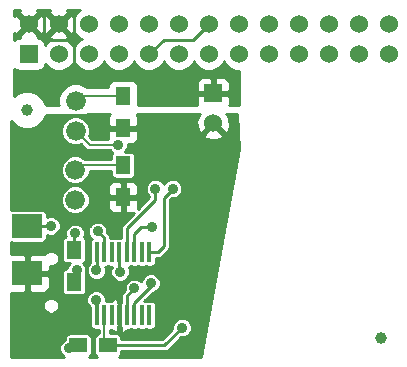
<source format=gtl>
G04 #@! TF.FileFunction,Copper,L1,Top,Signal*
%FSLAX46Y46*%
G04 Gerber Fmt 4.6, Leading zero omitted, Abs format (unit mm)*
G04 Created by KiCad (PCBNEW (after 2015-mar-04 BZR unknown)-product) date 10/20/2015 4:53:56 PM*
%MOMM*%
G01*
G04 APERTURE LIST*
%ADD10C,0.150000*%
%ADD11R,2.500000X2.000000*%
%ADD12C,1.000000*%
%ADD13R,0.406400X1.651000*%
%ADD14R,1.524000X1.524000*%
%ADD15C,1.524000*%
%ADD16C,1.676400*%
%ADD17R,1.300000X1.500000*%
%ADD18R,1.500000X1.250000*%
%ADD19C,0.889000*%
%ADD20C,0.254000*%
%ADD21C,0.203200*%
G04 APERTURE END LIST*
D10*
D11*
X139800000Y-96000000D03*
X139800000Y-92000000D03*
D12*
X139778000Y-82144000D03*
X169750000Y-101448000D03*
D13*
X148223500Y-94209000D03*
X147588500Y-94209000D03*
X146953500Y-94209000D03*
X146318500Y-94209000D03*
X150128500Y-99543000D03*
X150128500Y-94209000D03*
X149493500Y-94209000D03*
X148858500Y-94209000D03*
X145683500Y-99543000D03*
X146318500Y-99543000D03*
X146953500Y-99543000D03*
X147588500Y-99543000D03*
X148223500Y-99543000D03*
X148858500Y-99543000D03*
X145683500Y-94209000D03*
X149493500Y-99543000D03*
D14*
X139905000Y-77445000D03*
D15*
X139905000Y-74905000D03*
X142445000Y-77445000D03*
X142445000Y-74905000D03*
X144985000Y-77445000D03*
X144985000Y-74905000D03*
X147525000Y-77445000D03*
X147525000Y-74905000D03*
X150065000Y-77445000D03*
X150065000Y-74905000D03*
X152605000Y-77445000D03*
X152605000Y-74905000D03*
X155145000Y-77445000D03*
X155145000Y-74905000D03*
X157685000Y-77445000D03*
X157685000Y-74905000D03*
X160225000Y-77445000D03*
X160225000Y-74905000D03*
X162765000Y-77445000D03*
X162765000Y-74905000D03*
X165305000Y-77445000D03*
X165305000Y-74905000D03*
X167845000Y-77445000D03*
X167845000Y-74905000D03*
X170385000Y-77445000D03*
X170385000Y-74905000D03*
D14*
X155526000Y-80747000D03*
D15*
X155526000Y-83287000D03*
D16*
X143842000Y-87224000D03*
X143842000Y-89764000D03*
X143880000Y-81380000D03*
X143880000Y-83920000D03*
D17*
X143760000Y-96690000D03*
X143760000Y-93990000D03*
D18*
X146616000Y-102083000D03*
X144116000Y-102083000D03*
D17*
X147906000Y-89526500D03*
X147906000Y-86826500D03*
X147906000Y-83684500D03*
X147906000Y-80984500D03*
D19*
X150382500Y-92050000D03*
X152908000Y-100584000D03*
X143890000Y-98340000D03*
X145620000Y-98240000D03*
X145650000Y-95740000D03*
X141790000Y-91960000D03*
X143840000Y-92600000D03*
X147652000Y-95860000D03*
X143334000Y-102337000D03*
X148858500Y-97257000D03*
X150636500Y-88811500D03*
X147460000Y-85100000D03*
X150255500Y-96812500D03*
X145747000Y-92431000D03*
X152097000Y-88811500D03*
X143980000Y-95720000D03*
D20*
X148858500Y-92621500D02*
X149430000Y-92050000D01*
D21*
X146318500Y-99543000D02*
X146318500Y-102083000D01*
D20*
X148858500Y-92621500D02*
X149430000Y-92050000D01*
X148858500Y-94209000D02*
X148858500Y-92621500D01*
X149430000Y-92050000D02*
X150382500Y-92050000D01*
X151409000Y-102083000D02*
X152908000Y-100584000D01*
X146318500Y-102083000D02*
X151409000Y-102083000D01*
X139929000Y-74905000D02*
X141224000Y-76200000D01*
X139905000Y-74905000D02*
X139929000Y-74905000D01*
X143764000Y-76200000D02*
X143764000Y-78232000D01*
X141224000Y-76200000D02*
X143764000Y-76200000D01*
X143764000Y-76200000D02*
X143764000Y-73914000D01*
X141224000Y-76200000D02*
X141224000Y-73914000D01*
X145683500Y-99543000D02*
X145683500Y-98303500D01*
X145683500Y-98303500D02*
X145620000Y-98240000D01*
X145683500Y-95706500D02*
X145683500Y-94209000D01*
X145650000Y-95740000D02*
X145683500Y-95706500D01*
X139800000Y-92000000D02*
X141750000Y-92000000D01*
X141750000Y-92000000D02*
X141790000Y-91960000D01*
X143760000Y-93990000D02*
X143760000Y-92680000D01*
X143760000Y-92680000D02*
X143840000Y-92600000D01*
X147588500Y-95796500D02*
X147652000Y-95860000D01*
X147588500Y-94209000D02*
X147588500Y-95796500D01*
D21*
X143588000Y-102083000D02*
X143334000Y-102337000D01*
X144413500Y-102083000D02*
X143588000Y-102083000D01*
D20*
X148223500Y-97892000D02*
X148858500Y-97257000D01*
X148223500Y-99543000D02*
X148223500Y-97892000D01*
X153850000Y-76200000D02*
X155145000Y-74905000D01*
X151384000Y-76200000D02*
X153850000Y-76200000D01*
X150139000Y-77445000D02*
X151384000Y-76200000D01*
X150065000Y-77445000D02*
X150139000Y-77445000D01*
X150636500Y-89764000D02*
X150636500Y-88811500D01*
X148223500Y-92177000D02*
X150636500Y-89764000D01*
X148223500Y-94209000D02*
X148223500Y-92177000D01*
D21*
X147906000Y-86826500D02*
X144239500Y-86826500D01*
X144239500Y-86826500D02*
X143842000Y-87224000D01*
X147906000Y-80984500D02*
X144275500Y-80984500D01*
X144275500Y-80984500D02*
X143880000Y-81380000D01*
X147460000Y-85100000D02*
X145060000Y-85100000D01*
X145060000Y-85100000D02*
X143880000Y-83920000D01*
D20*
X150255500Y-97066500D02*
X150255500Y-96812500D01*
X148858500Y-98463500D02*
X150255500Y-97066500D01*
X148858500Y-99543000D02*
X148858500Y-98463500D01*
X146318500Y-93002500D02*
X145747000Y-92431000D01*
X146318500Y-94209000D02*
X146318500Y-93002500D01*
X151335000Y-89573500D02*
X152097000Y-88811500D01*
X151335000Y-93701000D02*
X151335000Y-89573500D01*
X150827000Y-94209000D02*
X151335000Y-93701000D01*
X150128500Y-94209000D02*
X150827000Y-94209000D01*
X150065000Y-74905000D02*
X150065000Y-75032000D01*
X143980000Y-95720000D02*
X143760000Y-95940000D01*
X143760000Y-95940000D02*
X143760000Y-96690000D01*
G36*
X144400512Y-76174949D02*
X144194697Y-76259990D01*
X143801371Y-76652630D01*
X143715050Y-76860512D01*
X143630010Y-76654697D01*
X143237370Y-76261371D01*
X143045272Y-76181605D01*
X143176143Y-76127397D01*
X143245608Y-75885213D01*
X142445000Y-75084605D01*
X142265395Y-75264210D01*
X142265395Y-74905000D01*
X141464787Y-74104392D01*
X141222603Y-74173857D01*
X141178547Y-74297344D01*
X141127397Y-74173857D01*
X140885213Y-74104392D01*
X140084605Y-74905000D01*
X140885213Y-75705608D01*
X141127397Y-75636143D01*
X141171452Y-75512655D01*
X141222603Y-75636143D01*
X141464787Y-75705608D01*
X142265395Y-74905000D01*
X142265395Y-75264210D01*
X141644392Y-75885213D01*
X141713857Y-76127397D01*
X141854317Y-76177508D01*
X141654697Y-76259990D01*
X141300892Y-76613177D01*
X141267463Y-76440877D01*
X141127673Y-76228073D01*
X140916640Y-76085623D01*
X140667000Y-76035560D01*
X140662484Y-76035560D01*
X140705608Y-75885213D01*
X139905000Y-75084605D01*
X139104392Y-75885213D01*
X139147515Y-76035560D01*
X139143000Y-76035560D01*
X138900877Y-76082537D01*
X138688073Y-76222327D01*
X138685000Y-76226879D01*
X138685000Y-75636830D01*
X138924787Y-75705608D01*
X139725395Y-74905000D01*
X138924787Y-74104392D01*
X138685000Y-74173169D01*
X138685000Y-73685000D01*
X139173169Y-73685000D01*
X139104392Y-73924787D01*
X139905000Y-74725395D01*
X140705608Y-73924787D01*
X140636830Y-73685000D01*
X141713169Y-73685000D01*
X141644392Y-73924787D01*
X142445000Y-74725395D01*
X143245608Y-73924787D01*
X143176830Y-73685000D01*
X144279379Y-73685000D01*
X144194697Y-73719990D01*
X143801371Y-74112630D01*
X143721605Y-74304727D01*
X143667397Y-74173857D01*
X143425213Y-74104392D01*
X142624605Y-74905000D01*
X143425213Y-75705608D01*
X143667397Y-75636143D01*
X143717508Y-75495682D01*
X143799990Y-75695303D01*
X144192630Y-76088629D01*
X144400512Y-76174949D01*
X144400512Y-76174949D01*
G37*
X144400512Y-76174949D02*
X144194697Y-76259990D01*
X143801371Y-76652630D01*
X143715050Y-76860512D01*
X143630010Y-76654697D01*
X143237370Y-76261371D01*
X143045272Y-76181605D01*
X143176143Y-76127397D01*
X143245608Y-75885213D01*
X142445000Y-75084605D01*
X142265395Y-75264210D01*
X142265395Y-74905000D01*
X141464787Y-74104392D01*
X141222603Y-74173857D01*
X141178547Y-74297344D01*
X141127397Y-74173857D01*
X140885213Y-74104392D01*
X140084605Y-74905000D01*
X140885213Y-75705608D01*
X141127397Y-75636143D01*
X141171452Y-75512655D01*
X141222603Y-75636143D01*
X141464787Y-75705608D01*
X142265395Y-74905000D01*
X142265395Y-75264210D01*
X141644392Y-75885213D01*
X141713857Y-76127397D01*
X141854317Y-76177508D01*
X141654697Y-76259990D01*
X141300892Y-76613177D01*
X141267463Y-76440877D01*
X141127673Y-76228073D01*
X140916640Y-76085623D01*
X140667000Y-76035560D01*
X140662484Y-76035560D01*
X140705608Y-75885213D01*
X139905000Y-75084605D01*
X139104392Y-75885213D01*
X139147515Y-76035560D01*
X139143000Y-76035560D01*
X138900877Y-76082537D01*
X138688073Y-76222327D01*
X138685000Y-76226879D01*
X138685000Y-75636830D01*
X138924787Y-75705608D01*
X139725395Y-74905000D01*
X138924787Y-74104392D01*
X138685000Y-74173169D01*
X138685000Y-73685000D01*
X139173169Y-73685000D01*
X139104392Y-73924787D01*
X139905000Y-74725395D01*
X140705608Y-73924787D01*
X140636830Y-73685000D01*
X141713169Y-73685000D01*
X141644392Y-73924787D01*
X142445000Y-74725395D01*
X143245608Y-73924787D01*
X143176830Y-73685000D01*
X144279379Y-73685000D01*
X144194697Y-73719990D01*
X143801371Y-74112630D01*
X143721605Y-74304727D01*
X143667397Y-74173857D01*
X143425213Y-74104392D01*
X142624605Y-74905000D01*
X143425213Y-75705608D01*
X143667397Y-75636143D01*
X143717508Y-75495682D01*
X143799990Y-75695303D01*
X144192630Y-76088629D01*
X144400512Y-76174949D01*
G36*
X157685000Y-81763000D02*
X156870108Y-81763000D01*
X156923000Y-81635309D01*
X156923000Y-81032750D01*
X156923000Y-80461250D01*
X156923000Y-79858691D01*
X156826327Y-79625302D01*
X156647699Y-79446673D01*
X156414310Y-79350000D01*
X156161691Y-79350000D01*
X155811750Y-79350000D01*
X155653000Y-79508750D01*
X155653000Y-80620000D01*
X156764250Y-80620000D01*
X156923000Y-80461250D01*
X156923000Y-81032750D01*
X156764250Y-80874000D01*
X155653000Y-80874000D01*
X155653000Y-80894000D01*
X155399000Y-80894000D01*
X155399000Y-80874000D01*
X155399000Y-80620000D01*
X155399000Y-79508750D01*
X155240250Y-79350000D01*
X154890309Y-79350000D01*
X154637690Y-79350000D01*
X154404301Y-79446673D01*
X154225673Y-79625302D01*
X154129000Y-79858691D01*
X154129000Y-80461250D01*
X154287750Y-80620000D01*
X155399000Y-80620000D01*
X155399000Y-80874000D01*
X154287750Y-80874000D01*
X154129000Y-81032750D01*
X154129000Y-81635309D01*
X154181891Y-81763000D01*
X149197724Y-81763000D01*
X149203440Y-81734500D01*
X149203440Y-80234500D01*
X149156463Y-79992377D01*
X149016673Y-79779573D01*
X148805640Y-79637123D01*
X148556000Y-79587060D01*
X147256000Y-79587060D01*
X147013877Y-79634037D01*
X146801073Y-79773827D01*
X146658623Y-79984860D01*
X146608560Y-80234500D01*
X146608560Y-80247900D01*
X144831478Y-80247900D01*
X144715591Y-80131810D01*
X144174323Y-79907056D01*
X143588248Y-79906545D01*
X143046589Y-80130353D01*
X142631810Y-80544409D01*
X142407056Y-81085677D01*
X142406545Y-81671752D01*
X142444247Y-81763000D01*
X141380990Y-81763000D01*
X141158108Y-81223582D01*
X140700825Y-80765501D01*
X140103050Y-80517283D01*
X139455789Y-80516718D01*
X138857582Y-80763892D01*
X138685000Y-80936173D01*
X138685000Y-78663731D01*
X138893360Y-78804377D01*
X139143000Y-78854440D01*
X140667000Y-78854440D01*
X140909123Y-78807463D01*
X141121927Y-78667673D01*
X141264377Y-78456640D01*
X141300604Y-78275988D01*
X141652630Y-78628629D01*
X142165900Y-78841757D01*
X142721661Y-78842242D01*
X143235303Y-78630010D01*
X143628629Y-78237370D01*
X143714949Y-78029487D01*
X143799990Y-78235303D01*
X144192630Y-78628629D01*
X144705900Y-78841757D01*
X145261661Y-78842242D01*
X145775303Y-78630010D01*
X146168629Y-78237370D01*
X146254949Y-78029487D01*
X146339990Y-78235303D01*
X146732630Y-78628629D01*
X147245900Y-78841757D01*
X147801661Y-78842242D01*
X148315303Y-78630010D01*
X148708629Y-78237370D01*
X148794949Y-78029487D01*
X148879990Y-78235303D01*
X149272630Y-78628629D01*
X149785900Y-78841757D01*
X150341661Y-78842242D01*
X150855303Y-78630010D01*
X151248629Y-78237370D01*
X151334949Y-78029487D01*
X151419990Y-78235303D01*
X151812630Y-78628629D01*
X152325900Y-78841757D01*
X152881661Y-78842242D01*
X153395303Y-78630010D01*
X153788629Y-78237370D01*
X153874949Y-78029487D01*
X153959990Y-78235303D01*
X154352630Y-78628629D01*
X154865900Y-78841757D01*
X155421661Y-78842242D01*
X155935303Y-78630010D01*
X156328629Y-78237370D01*
X156414949Y-78029487D01*
X156499990Y-78235303D01*
X156892630Y-78628629D01*
X157405900Y-78841757D01*
X157685000Y-78842000D01*
X157685000Y-81763000D01*
X157685000Y-81763000D01*
G37*
X157685000Y-81763000D02*
X156870108Y-81763000D01*
X156923000Y-81635309D01*
X156923000Y-81032750D01*
X156923000Y-80461250D01*
X156923000Y-79858691D01*
X156826327Y-79625302D01*
X156647699Y-79446673D01*
X156414310Y-79350000D01*
X156161691Y-79350000D01*
X155811750Y-79350000D01*
X155653000Y-79508750D01*
X155653000Y-80620000D01*
X156764250Y-80620000D01*
X156923000Y-80461250D01*
X156923000Y-81032750D01*
X156764250Y-80874000D01*
X155653000Y-80874000D01*
X155653000Y-80894000D01*
X155399000Y-80894000D01*
X155399000Y-80874000D01*
X155399000Y-80620000D01*
X155399000Y-79508750D01*
X155240250Y-79350000D01*
X154890309Y-79350000D01*
X154637690Y-79350000D01*
X154404301Y-79446673D01*
X154225673Y-79625302D01*
X154129000Y-79858691D01*
X154129000Y-80461250D01*
X154287750Y-80620000D01*
X155399000Y-80620000D01*
X155399000Y-80874000D01*
X154287750Y-80874000D01*
X154129000Y-81032750D01*
X154129000Y-81635309D01*
X154181891Y-81763000D01*
X149197724Y-81763000D01*
X149203440Y-81734500D01*
X149203440Y-80234500D01*
X149156463Y-79992377D01*
X149016673Y-79779573D01*
X148805640Y-79637123D01*
X148556000Y-79587060D01*
X147256000Y-79587060D01*
X147013877Y-79634037D01*
X146801073Y-79773827D01*
X146658623Y-79984860D01*
X146608560Y-80234500D01*
X146608560Y-80247900D01*
X144831478Y-80247900D01*
X144715591Y-80131810D01*
X144174323Y-79907056D01*
X143588248Y-79906545D01*
X143046589Y-80130353D01*
X142631810Y-80544409D01*
X142407056Y-81085677D01*
X142406545Y-81671752D01*
X142444247Y-81763000D01*
X141380990Y-81763000D01*
X141158108Y-81223582D01*
X140700825Y-80765501D01*
X140103050Y-80517283D01*
X139455789Y-80516718D01*
X138857582Y-80763892D01*
X138685000Y-80936173D01*
X138685000Y-78663731D01*
X138893360Y-78804377D01*
X139143000Y-78854440D01*
X140667000Y-78854440D01*
X140909123Y-78807463D01*
X141121927Y-78667673D01*
X141264377Y-78456640D01*
X141300604Y-78275988D01*
X141652630Y-78628629D01*
X142165900Y-78841757D01*
X142721661Y-78842242D01*
X143235303Y-78630010D01*
X143628629Y-78237370D01*
X143714949Y-78029487D01*
X143799990Y-78235303D01*
X144192630Y-78628629D01*
X144705900Y-78841757D01*
X145261661Y-78842242D01*
X145775303Y-78630010D01*
X146168629Y-78237370D01*
X146254949Y-78029487D01*
X146339990Y-78235303D01*
X146732630Y-78628629D01*
X147245900Y-78841757D01*
X147801661Y-78842242D01*
X148315303Y-78630010D01*
X148708629Y-78237370D01*
X148794949Y-78029487D01*
X148879990Y-78235303D01*
X149272630Y-78628629D01*
X149785900Y-78841757D01*
X150341661Y-78842242D01*
X150855303Y-78630010D01*
X151248629Y-78237370D01*
X151334949Y-78029487D01*
X151419990Y-78235303D01*
X151812630Y-78628629D01*
X152325900Y-78841757D01*
X152881661Y-78842242D01*
X153395303Y-78630010D01*
X153788629Y-78237370D01*
X153874949Y-78029487D01*
X153959990Y-78235303D01*
X154352630Y-78628629D01*
X154865900Y-78841757D01*
X155421661Y-78842242D01*
X155935303Y-78630010D01*
X156328629Y-78237370D01*
X156414949Y-78029487D01*
X156499990Y-78235303D01*
X156892630Y-78628629D01*
X157405900Y-78841757D01*
X157685000Y-78842000D01*
X157685000Y-81763000D01*
G36*
X157684519Y-85437097D02*
X156326608Y-92853377D01*
X156326608Y-84267213D01*
X155526000Y-83466605D01*
X154725392Y-84267213D01*
X154794857Y-84509397D01*
X155318302Y-84696144D01*
X155873368Y-84668362D01*
X156257143Y-84509397D01*
X156326608Y-84267213D01*
X156326608Y-92853377D01*
X154459803Y-103049000D01*
X147540621Y-103049000D01*
X147638956Y-102984404D01*
X147724426Y-102857784D01*
X147754464Y-102708000D01*
X147754464Y-102591000D01*
X151409000Y-102591000D01*
X151603403Y-102552331D01*
X151768210Y-102442210D01*
X152801012Y-101409407D01*
X153071482Y-101409643D01*
X153374998Y-101284233D01*
X153607417Y-101052219D01*
X153733357Y-100748923D01*
X153733643Y-100420518D01*
X153608233Y-100117002D01*
X153376219Y-99884583D01*
X153072923Y-99758643D01*
X152922643Y-99758512D01*
X152922643Y-88648018D01*
X152797233Y-88344502D01*
X152565219Y-88112083D01*
X152261923Y-87986143D01*
X151933518Y-87985857D01*
X151630002Y-88111267D01*
X151397583Y-88343281D01*
X151366829Y-88417342D01*
X151336733Y-88344502D01*
X151104719Y-88112083D01*
X150801423Y-87986143D01*
X150473018Y-87985857D01*
X150169502Y-88111267D01*
X149937083Y-88343281D01*
X149811143Y-88646577D01*
X149810857Y-88974982D01*
X149936267Y-89278498D01*
X150128500Y-89471066D01*
X150128500Y-89553580D01*
X149128582Y-90553497D01*
X149191000Y-90402809D01*
X149191000Y-89812250D01*
X149191000Y-89240750D01*
X149191000Y-88650191D01*
X149191000Y-84560809D01*
X149191000Y-83970250D01*
X149032250Y-83811500D01*
X148033000Y-83811500D01*
X148033000Y-83831500D01*
X147779000Y-83831500D01*
X147779000Y-83811500D01*
X146779750Y-83811500D01*
X146621000Y-83970250D01*
X146621000Y-84560809D01*
X146644440Y-84617400D01*
X145259900Y-84617400D01*
X145013046Y-84370546D01*
X145098988Y-84163578D01*
X145099412Y-83678550D01*
X144914191Y-83230281D01*
X144571523Y-82887015D01*
X144123578Y-82701012D01*
X143638550Y-82700588D01*
X143190281Y-82885809D01*
X142847015Y-83228477D01*
X142661012Y-83676422D01*
X142660588Y-84161450D01*
X142845809Y-84609719D01*
X143188477Y-84952985D01*
X143636422Y-85138988D01*
X144121450Y-85139412D01*
X144330524Y-85053024D01*
X144718750Y-85441250D01*
X144875317Y-85545864D01*
X145060000Y-85582600D01*
X146775341Y-85582600D01*
X146988730Y-85796360D01*
X146983044Y-85800096D01*
X146897574Y-85926716D01*
X146867536Y-86076500D01*
X146867536Y-86343900D01*
X144686141Y-86343900D01*
X144533523Y-86191015D01*
X144085578Y-86005012D01*
X143600550Y-86004588D01*
X143152281Y-86189809D01*
X142809015Y-86532477D01*
X142623012Y-86980422D01*
X142622588Y-87465450D01*
X142807809Y-87913719D01*
X143150477Y-88256985D01*
X143598422Y-88442988D01*
X144083450Y-88443412D01*
X144531719Y-88258191D01*
X144874985Y-87915523D01*
X145060988Y-87467578D01*
X145061126Y-87309100D01*
X146867536Y-87309100D01*
X146867536Y-87576500D01*
X146895722Y-87721774D01*
X146979596Y-87849456D01*
X147106216Y-87934926D01*
X147256000Y-87964964D01*
X148556000Y-87964964D01*
X148701274Y-87936778D01*
X148828956Y-87852904D01*
X148914426Y-87726284D01*
X148944464Y-87576500D01*
X148944464Y-86076500D01*
X148916278Y-85931226D01*
X148832404Y-85803544D01*
X148705784Y-85718074D01*
X148556000Y-85688036D01*
X148039390Y-85688036D01*
X148159417Y-85568219D01*
X148285357Y-85264923D01*
X148285527Y-85069500D01*
X148429691Y-85069500D01*
X148682310Y-85069500D01*
X148915699Y-84972827D01*
X149094327Y-84794198D01*
X149191000Y-84560809D01*
X149191000Y-88650191D01*
X149094327Y-88416802D01*
X148915699Y-88238173D01*
X148682310Y-88141500D01*
X148429691Y-88141500D01*
X148191750Y-88141500D01*
X148033000Y-88300250D01*
X148033000Y-89399500D01*
X149032250Y-89399500D01*
X149191000Y-89240750D01*
X149191000Y-89812250D01*
X149032250Y-89653500D01*
X148033000Y-89653500D01*
X148033000Y-90752750D01*
X148191750Y-90911500D01*
X148429691Y-90911500D01*
X148682310Y-90911500D01*
X148832996Y-90849083D01*
X147864290Y-91817790D01*
X147779000Y-91945434D01*
X147779000Y-90752750D01*
X147779000Y-89653500D01*
X147779000Y-89399500D01*
X147779000Y-88300250D01*
X147620250Y-88141500D01*
X147382309Y-88141500D01*
X147129690Y-88141500D01*
X146896301Y-88238173D01*
X146717673Y-88416802D01*
X146621000Y-88650191D01*
X146621000Y-89240750D01*
X146779750Y-89399500D01*
X147779000Y-89399500D01*
X147779000Y-89653500D01*
X146779750Y-89653500D01*
X146621000Y-89812250D01*
X146621000Y-90402809D01*
X146717673Y-90636198D01*
X146896301Y-90814827D01*
X147129690Y-90911500D01*
X147382309Y-90911500D01*
X147620250Y-90911500D01*
X147779000Y-90752750D01*
X147779000Y-91945434D01*
X147754169Y-91982597D01*
X147715500Y-92177000D01*
X147715500Y-92995036D01*
X147385300Y-92995036D01*
X147269110Y-93017579D01*
X147156700Y-92995036D01*
X146825015Y-92995036D01*
X146787831Y-92808097D01*
X146677710Y-92643290D01*
X146572407Y-92537987D01*
X146572643Y-92267518D01*
X146447233Y-91964002D01*
X146215219Y-91731583D01*
X145911923Y-91605643D01*
X145583518Y-91605357D01*
X145280002Y-91730767D01*
X145061412Y-91948976D01*
X145061412Y-89522550D01*
X144876191Y-89074281D01*
X144533523Y-88731015D01*
X144085578Y-88545012D01*
X143600550Y-88544588D01*
X143152281Y-88729809D01*
X142809015Y-89072477D01*
X142623012Y-89520422D01*
X142622588Y-90005450D01*
X142807809Y-90453719D01*
X143150477Y-90796985D01*
X143598422Y-90982988D01*
X144083450Y-90983412D01*
X144531719Y-90798191D01*
X144874985Y-90455523D01*
X145060988Y-90007578D01*
X145061412Y-89522550D01*
X145061412Y-91948976D01*
X145047583Y-91962781D01*
X144921643Y-92266077D01*
X144921357Y-92594482D01*
X145046767Y-92897998D01*
X145236428Y-93087990D01*
X145207344Y-93107096D01*
X145121874Y-93233716D01*
X145091836Y-93383500D01*
X145091836Y-95034500D01*
X145107484Y-95115153D01*
X144950583Y-95271781D01*
X144824643Y-95575077D01*
X144824357Y-95903482D01*
X144949767Y-96206998D01*
X145181781Y-96439417D01*
X145485077Y-96565357D01*
X145813482Y-96565643D01*
X146116998Y-96440233D01*
X146349417Y-96208219D01*
X146475357Y-95904923D01*
X146475643Y-95576518D01*
X146412195Y-95422964D01*
X146521700Y-95422964D01*
X146637889Y-95400420D01*
X146750300Y-95422964D01*
X146939634Y-95422964D01*
X146826643Y-95695077D01*
X146826357Y-96023482D01*
X146951767Y-96326998D01*
X147183781Y-96559417D01*
X147487077Y-96685357D01*
X147815482Y-96685643D01*
X148118998Y-96560233D01*
X148351417Y-96328219D01*
X148477357Y-96024923D01*
X148477643Y-95696518D01*
X148364613Y-95422964D01*
X148426700Y-95422964D01*
X148542889Y-95400420D01*
X148655300Y-95422964D01*
X149061700Y-95422964D01*
X149177889Y-95400420D01*
X149290300Y-95422964D01*
X149696700Y-95422964D01*
X149812889Y-95400420D01*
X149925300Y-95422964D01*
X150331700Y-95422964D01*
X150476974Y-95394778D01*
X150604656Y-95310904D01*
X150690126Y-95184284D01*
X150720164Y-95034500D01*
X150720164Y-94717000D01*
X150827000Y-94717000D01*
X151021403Y-94678331D01*
X151186210Y-94568210D01*
X151694210Y-94060211D01*
X151694210Y-94060210D01*
X151767790Y-93950090D01*
X151804330Y-93895404D01*
X151804331Y-93895403D01*
X151842999Y-93701000D01*
X151843000Y-93701000D01*
X151843000Y-89783920D01*
X151990012Y-89636907D01*
X152260482Y-89637143D01*
X152563998Y-89511733D01*
X152796417Y-89279719D01*
X152922357Y-88976423D01*
X152922643Y-88648018D01*
X152922643Y-99758512D01*
X152744518Y-99758357D01*
X152441002Y-99883767D01*
X152208583Y-100115781D01*
X152082643Y-100419077D01*
X152082406Y-100691173D01*
X151198580Y-101575000D01*
X151081143Y-101575000D01*
X151081143Y-96649018D01*
X150955733Y-96345502D01*
X150723719Y-96113083D01*
X150420423Y-95987143D01*
X150092018Y-95986857D01*
X149788502Y-96112267D01*
X149556083Y-96344281D01*
X149430143Y-96647577D01*
X149430131Y-96661175D01*
X149326719Y-96557583D01*
X149023423Y-96431643D01*
X148695018Y-96431357D01*
X148391502Y-96556767D01*
X148159083Y-96788781D01*
X148033143Y-97092077D01*
X148032906Y-97364173D01*
X147864290Y-97532790D01*
X147754169Y-97697597D01*
X147715500Y-97892000D01*
X147715500Y-98215850D01*
X147690100Y-98241250D01*
X147690100Y-98525900D01*
X147661874Y-98567716D01*
X147631836Y-98717500D01*
X147631836Y-100368500D01*
X147660022Y-100513774D01*
X147690100Y-100559561D01*
X147690100Y-100844750D01*
X147848850Y-101003500D01*
X147918009Y-101003500D01*
X148151398Y-100906827D01*
X148301261Y-100756964D01*
X148426700Y-100756964D01*
X148542889Y-100734420D01*
X148655300Y-100756964D01*
X149061700Y-100756964D01*
X149177889Y-100734420D01*
X149290300Y-100756964D01*
X149696700Y-100756964D01*
X149812889Y-100734420D01*
X149925300Y-100756964D01*
X150331700Y-100756964D01*
X150476974Y-100728778D01*
X150604656Y-100644904D01*
X150690126Y-100518284D01*
X150720164Y-100368500D01*
X150720164Y-98717500D01*
X150691978Y-98572226D01*
X150608104Y-98444544D01*
X150481484Y-98359074D01*
X150331700Y-98329036D01*
X149925300Y-98329036D01*
X149809110Y-98351579D01*
X149708931Y-98331488D01*
X150402291Y-97638128D01*
X150418982Y-97638143D01*
X150722498Y-97512733D01*
X150954917Y-97280719D01*
X151080857Y-96977423D01*
X151081143Y-96649018D01*
X151081143Y-101575000D01*
X147754464Y-101575000D01*
X147754464Y-101458000D01*
X147726278Y-101312726D01*
X147642404Y-101185044D01*
X147515784Y-101099574D01*
X147366000Y-101069536D01*
X146801100Y-101069536D01*
X146801100Y-100756964D01*
X146875738Y-100756964D01*
X147025602Y-100906827D01*
X147258991Y-101003500D01*
X147328150Y-101003500D01*
X147486900Y-100844750D01*
X147486900Y-100560099D01*
X147515126Y-100518284D01*
X147545164Y-100368500D01*
X147545164Y-98717500D01*
X147516978Y-98572226D01*
X147486900Y-98526438D01*
X147486900Y-98241250D01*
X147328150Y-98082500D01*
X147258991Y-98082500D01*
X147025602Y-98179173D01*
X146875738Y-98329036D01*
X146750300Y-98329036D01*
X146634110Y-98351579D01*
X146521700Y-98329036D01*
X146445423Y-98329036D01*
X146445643Y-98076518D01*
X146320233Y-97773002D01*
X146088219Y-97540583D01*
X145784923Y-97414643D01*
X145456518Y-97414357D01*
X145153002Y-97539767D01*
X144920583Y-97771781D01*
X144805643Y-98048586D01*
X144805643Y-95556518D01*
X144680233Y-95253002D01*
X144532236Y-95104747D01*
X144555274Y-95100278D01*
X144682956Y-95016404D01*
X144768426Y-94889784D01*
X144798464Y-94740000D01*
X144798464Y-93240000D01*
X144770278Y-93094726D01*
X144686404Y-92967044D01*
X144604410Y-92911697D01*
X144665357Y-92764923D01*
X144665643Y-92436518D01*
X144540233Y-92133002D01*
X144308219Y-91900583D01*
X144004923Y-91774643D01*
X143676518Y-91774357D01*
X143373002Y-91899767D01*
X143140583Y-92131781D01*
X143014643Y-92435077D01*
X143014357Y-92763482D01*
X143055138Y-92862180D01*
X142964726Y-92879722D01*
X142837044Y-92963596D01*
X142751574Y-93090216D01*
X142721536Y-93240000D01*
X142721536Y-94740000D01*
X142749722Y-94885274D01*
X142833596Y-95012956D01*
X142960216Y-95098426D01*
X143110000Y-95128464D01*
X143404115Y-95128464D01*
X143280583Y-95251781D01*
X143156113Y-95551536D01*
X143110000Y-95551536D01*
X142964726Y-95579722D01*
X142837044Y-95663596D01*
X142751574Y-95790216D01*
X142721536Y-95940000D01*
X142721536Y-97440000D01*
X142749722Y-97585274D01*
X142833596Y-97712956D01*
X142960216Y-97798426D01*
X143110000Y-97828464D01*
X144410000Y-97828464D01*
X144555274Y-97800278D01*
X144682956Y-97716404D01*
X144768426Y-97589784D01*
X144798464Y-97440000D01*
X144798464Y-95940000D01*
X144793376Y-95913776D01*
X144805357Y-95884923D01*
X144805643Y-95556518D01*
X144805643Y-98048586D01*
X144794643Y-98075077D01*
X144794357Y-98403482D01*
X144919767Y-98706998D01*
X145091836Y-98879367D01*
X145091836Y-100368500D01*
X145120022Y-100513774D01*
X145203896Y-100641456D01*
X145330516Y-100726926D01*
X145480300Y-100756964D01*
X145835900Y-100756964D01*
X145835900Y-101075375D01*
X145720726Y-101097722D01*
X145593044Y-101181596D01*
X145507574Y-101308216D01*
X145477536Y-101458000D01*
X145477536Y-102708000D01*
X145505722Y-102853274D01*
X145589596Y-102980956D01*
X145690400Y-103049000D01*
X145040621Y-103049000D01*
X145138956Y-102984404D01*
X145224426Y-102857784D01*
X145254464Y-102708000D01*
X145254464Y-101458000D01*
X145226278Y-101312726D01*
X145142404Y-101185044D01*
X145015784Y-101099574D01*
X144866000Y-101069536D01*
X143366000Y-101069536D01*
X143220726Y-101097722D01*
X143093044Y-101181596D01*
X143007574Y-101308216D01*
X142977536Y-101458000D01*
X142977536Y-101591095D01*
X142867002Y-101636767D01*
X142634583Y-101868781D01*
X142508643Y-102172077D01*
X142508357Y-102500482D01*
X142633767Y-102803998D01*
X142865781Y-103036417D01*
X142896084Y-103049000D01*
X142461114Y-103049000D01*
X142461114Y-98610086D01*
X142461114Y-94610086D01*
X142361454Y-94368891D01*
X142177079Y-94184194D01*
X141936059Y-94084114D01*
X141675086Y-94083886D01*
X141433891Y-94183546D01*
X141249194Y-94367921D01*
X141239532Y-94391187D01*
X141176310Y-94365000D01*
X140923691Y-94365000D01*
X140085750Y-94365000D01*
X139927000Y-94523750D01*
X139927000Y-95873000D01*
X141526250Y-95873000D01*
X141685000Y-95714250D01*
X141685000Y-95395895D01*
X141934914Y-95396114D01*
X142176109Y-95296454D01*
X142360806Y-95112079D01*
X142460886Y-94871059D01*
X142461114Y-94610086D01*
X142461114Y-98610086D01*
X142361454Y-98368891D01*
X142177079Y-98184194D01*
X141936059Y-98084114D01*
X141685000Y-98083894D01*
X141685000Y-97126309D01*
X141685000Y-96285750D01*
X141526250Y-96127000D01*
X139927000Y-96127000D01*
X139927000Y-97476250D01*
X140085750Y-97635000D01*
X140923691Y-97635000D01*
X141176310Y-97635000D01*
X141409699Y-97538327D01*
X141588327Y-97359698D01*
X141685000Y-97126309D01*
X141685000Y-98083894D01*
X141675086Y-98083886D01*
X141433891Y-98183546D01*
X141249194Y-98367921D01*
X141149114Y-98608941D01*
X141148886Y-98869914D01*
X141248546Y-99111109D01*
X141432921Y-99295806D01*
X141673941Y-99395886D01*
X141934914Y-99396114D01*
X142176109Y-99296454D01*
X142360806Y-99112079D01*
X142460886Y-98871059D01*
X142461114Y-98610086D01*
X142461114Y-103049000D01*
X138431000Y-103049000D01*
X138431000Y-97635000D01*
X138676309Y-97635000D01*
X139514250Y-97635000D01*
X139673000Y-97476250D01*
X139673000Y-96127000D01*
X139653000Y-96127000D01*
X139653000Y-95873000D01*
X139673000Y-95873000D01*
X139673000Y-94523750D01*
X139514250Y-94365000D01*
X138676309Y-94365000D01*
X138431000Y-94365000D01*
X138431000Y-93364599D01*
X138550000Y-93388464D01*
X141050000Y-93388464D01*
X141195274Y-93360278D01*
X141322956Y-93276404D01*
X141408426Y-93149784D01*
X141438464Y-93000000D01*
X141438464Y-92707868D01*
X141625077Y-92785357D01*
X141953482Y-92785643D01*
X142256998Y-92660233D01*
X142489417Y-92428219D01*
X142615357Y-92124923D01*
X142615643Y-91796518D01*
X142490233Y-91493002D01*
X142258219Y-91260583D01*
X141954923Y-91134643D01*
X141626518Y-91134357D01*
X141438464Y-91212059D01*
X141438464Y-91000000D01*
X141410278Y-90854726D01*
X141326404Y-90727044D01*
X141199784Y-90641574D01*
X141050000Y-90611536D01*
X138550000Y-90611536D01*
X138431000Y-90634624D01*
X138431000Y-83097583D01*
X138855175Y-83522499D01*
X139452950Y-83770717D01*
X140100211Y-83771282D01*
X140698418Y-83524108D01*
X141156499Y-83066825D01*
X141352744Y-82594212D01*
X143534338Y-82556599D01*
X143636422Y-82598988D01*
X144121450Y-82599412D01*
X144255142Y-82544171D01*
X145367095Y-82525000D01*
X146767474Y-82525000D01*
X146717673Y-82574802D01*
X146621000Y-82808191D01*
X146621000Y-83398750D01*
X146779750Y-83557500D01*
X147779000Y-83557500D01*
X147779000Y-83537500D01*
X148033000Y-83537500D01*
X148033000Y-83557500D01*
X149032250Y-83557500D01*
X149191000Y-83398750D01*
X149191000Y-82808191D01*
X149094327Y-82574802D01*
X149044525Y-82525000D01*
X154411183Y-82525000D01*
X154303603Y-82555857D01*
X154116856Y-83079302D01*
X154144638Y-83634368D01*
X154303603Y-84018143D01*
X154545787Y-84087608D01*
X155346395Y-83287000D01*
X155332252Y-83272857D01*
X155511857Y-83093252D01*
X155526000Y-83107395D01*
X155540142Y-83093252D01*
X155719747Y-83272857D01*
X155705605Y-83287000D01*
X156506213Y-84087608D01*
X156748397Y-84018143D01*
X156935144Y-83494698D01*
X156907362Y-82939632D01*
X156748397Y-82555857D01*
X156640816Y-82525000D01*
X157563181Y-82525000D01*
X157684519Y-85437097D01*
X157684519Y-85437097D01*
G37*
X157684519Y-85437097D02*
X156326608Y-92853377D01*
X156326608Y-84267213D01*
X155526000Y-83466605D01*
X154725392Y-84267213D01*
X154794857Y-84509397D01*
X155318302Y-84696144D01*
X155873368Y-84668362D01*
X156257143Y-84509397D01*
X156326608Y-84267213D01*
X156326608Y-92853377D01*
X154459803Y-103049000D01*
X147540621Y-103049000D01*
X147638956Y-102984404D01*
X147724426Y-102857784D01*
X147754464Y-102708000D01*
X147754464Y-102591000D01*
X151409000Y-102591000D01*
X151603403Y-102552331D01*
X151768210Y-102442210D01*
X152801012Y-101409407D01*
X153071482Y-101409643D01*
X153374998Y-101284233D01*
X153607417Y-101052219D01*
X153733357Y-100748923D01*
X153733643Y-100420518D01*
X153608233Y-100117002D01*
X153376219Y-99884583D01*
X153072923Y-99758643D01*
X152922643Y-99758512D01*
X152922643Y-88648018D01*
X152797233Y-88344502D01*
X152565219Y-88112083D01*
X152261923Y-87986143D01*
X151933518Y-87985857D01*
X151630002Y-88111267D01*
X151397583Y-88343281D01*
X151366829Y-88417342D01*
X151336733Y-88344502D01*
X151104719Y-88112083D01*
X150801423Y-87986143D01*
X150473018Y-87985857D01*
X150169502Y-88111267D01*
X149937083Y-88343281D01*
X149811143Y-88646577D01*
X149810857Y-88974982D01*
X149936267Y-89278498D01*
X150128500Y-89471066D01*
X150128500Y-89553580D01*
X149128582Y-90553497D01*
X149191000Y-90402809D01*
X149191000Y-89812250D01*
X149191000Y-89240750D01*
X149191000Y-88650191D01*
X149191000Y-84560809D01*
X149191000Y-83970250D01*
X149032250Y-83811500D01*
X148033000Y-83811500D01*
X148033000Y-83831500D01*
X147779000Y-83831500D01*
X147779000Y-83811500D01*
X146779750Y-83811500D01*
X146621000Y-83970250D01*
X146621000Y-84560809D01*
X146644440Y-84617400D01*
X145259900Y-84617400D01*
X145013046Y-84370546D01*
X145098988Y-84163578D01*
X145099412Y-83678550D01*
X144914191Y-83230281D01*
X144571523Y-82887015D01*
X144123578Y-82701012D01*
X143638550Y-82700588D01*
X143190281Y-82885809D01*
X142847015Y-83228477D01*
X142661012Y-83676422D01*
X142660588Y-84161450D01*
X142845809Y-84609719D01*
X143188477Y-84952985D01*
X143636422Y-85138988D01*
X144121450Y-85139412D01*
X144330524Y-85053024D01*
X144718750Y-85441250D01*
X144875317Y-85545864D01*
X145060000Y-85582600D01*
X146775341Y-85582600D01*
X146988730Y-85796360D01*
X146983044Y-85800096D01*
X146897574Y-85926716D01*
X146867536Y-86076500D01*
X146867536Y-86343900D01*
X144686141Y-86343900D01*
X144533523Y-86191015D01*
X144085578Y-86005012D01*
X143600550Y-86004588D01*
X143152281Y-86189809D01*
X142809015Y-86532477D01*
X142623012Y-86980422D01*
X142622588Y-87465450D01*
X142807809Y-87913719D01*
X143150477Y-88256985D01*
X143598422Y-88442988D01*
X144083450Y-88443412D01*
X144531719Y-88258191D01*
X144874985Y-87915523D01*
X145060988Y-87467578D01*
X145061126Y-87309100D01*
X146867536Y-87309100D01*
X146867536Y-87576500D01*
X146895722Y-87721774D01*
X146979596Y-87849456D01*
X147106216Y-87934926D01*
X147256000Y-87964964D01*
X148556000Y-87964964D01*
X148701274Y-87936778D01*
X148828956Y-87852904D01*
X148914426Y-87726284D01*
X148944464Y-87576500D01*
X148944464Y-86076500D01*
X148916278Y-85931226D01*
X148832404Y-85803544D01*
X148705784Y-85718074D01*
X148556000Y-85688036D01*
X148039390Y-85688036D01*
X148159417Y-85568219D01*
X148285357Y-85264923D01*
X148285527Y-85069500D01*
X148429691Y-85069500D01*
X148682310Y-85069500D01*
X148915699Y-84972827D01*
X149094327Y-84794198D01*
X149191000Y-84560809D01*
X149191000Y-88650191D01*
X149094327Y-88416802D01*
X148915699Y-88238173D01*
X148682310Y-88141500D01*
X148429691Y-88141500D01*
X148191750Y-88141500D01*
X148033000Y-88300250D01*
X148033000Y-89399500D01*
X149032250Y-89399500D01*
X149191000Y-89240750D01*
X149191000Y-89812250D01*
X149032250Y-89653500D01*
X148033000Y-89653500D01*
X148033000Y-90752750D01*
X148191750Y-90911500D01*
X148429691Y-90911500D01*
X148682310Y-90911500D01*
X148832996Y-90849083D01*
X147864290Y-91817790D01*
X147779000Y-91945434D01*
X147779000Y-90752750D01*
X147779000Y-89653500D01*
X147779000Y-89399500D01*
X147779000Y-88300250D01*
X147620250Y-88141500D01*
X147382309Y-88141500D01*
X147129690Y-88141500D01*
X146896301Y-88238173D01*
X146717673Y-88416802D01*
X146621000Y-88650191D01*
X146621000Y-89240750D01*
X146779750Y-89399500D01*
X147779000Y-89399500D01*
X147779000Y-89653500D01*
X146779750Y-89653500D01*
X146621000Y-89812250D01*
X146621000Y-90402809D01*
X146717673Y-90636198D01*
X146896301Y-90814827D01*
X147129690Y-90911500D01*
X147382309Y-90911500D01*
X147620250Y-90911500D01*
X147779000Y-90752750D01*
X147779000Y-91945434D01*
X147754169Y-91982597D01*
X147715500Y-92177000D01*
X147715500Y-92995036D01*
X147385300Y-92995036D01*
X147269110Y-93017579D01*
X147156700Y-92995036D01*
X146825015Y-92995036D01*
X146787831Y-92808097D01*
X146677710Y-92643290D01*
X146572407Y-92537987D01*
X146572643Y-92267518D01*
X146447233Y-91964002D01*
X146215219Y-91731583D01*
X145911923Y-91605643D01*
X145583518Y-91605357D01*
X145280002Y-91730767D01*
X145061412Y-91948976D01*
X145061412Y-89522550D01*
X144876191Y-89074281D01*
X144533523Y-88731015D01*
X144085578Y-88545012D01*
X143600550Y-88544588D01*
X143152281Y-88729809D01*
X142809015Y-89072477D01*
X142623012Y-89520422D01*
X142622588Y-90005450D01*
X142807809Y-90453719D01*
X143150477Y-90796985D01*
X143598422Y-90982988D01*
X144083450Y-90983412D01*
X144531719Y-90798191D01*
X144874985Y-90455523D01*
X145060988Y-90007578D01*
X145061412Y-89522550D01*
X145061412Y-91948976D01*
X145047583Y-91962781D01*
X144921643Y-92266077D01*
X144921357Y-92594482D01*
X145046767Y-92897998D01*
X145236428Y-93087990D01*
X145207344Y-93107096D01*
X145121874Y-93233716D01*
X145091836Y-93383500D01*
X145091836Y-95034500D01*
X145107484Y-95115153D01*
X144950583Y-95271781D01*
X144824643Y-95575077D01*
X144824357Y-95903482D01*
X144949767Y-96206998D01*
X145181781Y-96439417D01*
X145485077Y-96565357D01*
X145813482Y-96565643D01*
X146116998Y-96440233D01*
X146349417Y-96208219D01*
X146475357Y-95904923D01*
X146475643Y-95576518D01*
X146412195Y-95422964D01*
X146521700Y-95422964D01*
X146637889Y-95400420D01*
X146750300Y-95422964D01*
X146939634Y-95422964D01*
X146826643Y-95695077D01*
X146826357Y-96023482D01*
X146951767Y-96326998D01*
X147183781Y-96559417D01*
X147487077Y-96685357D01*
X147815482Y-96685643D01*
X148118998Y-96560233D01*
X148351417Y-96328219D01*
X148477357Y-96024923D01*
X148477643Y-95696518D01*
X148364613Y-95422964D01*
X148426700Y-95422964D01*
X148542889Y-95400420D01*
X148655300Y-95422964D01*
X149061700Y-95422964D01*
X149177889Y-95400420D01*
X149290300Y-95422964D01*
X149696700Y-95422964D01*
X149812889Y-95400420D01*
X149925300Y-95422964D01*
X150331700Y-95422964D01*
X150476974Y-95394778D01*
X150604656Y-95310904D01*
X150690126Y-95184284D01*
X150720164Y-95034500D01*
X150720164Y-94717000D01*
X150827000Y-94717000D01*
X151021403Y-94678331D01*
X151186210Y-94568210D01*
X151694210Y-94060211D01*
X151694210Y-94060210D01*
X151767790Y-93950090D01*
X151804330Y-93895404D01*
X151804331Y-93895403D01*
X151842999Y-93701000D01*
X151843000Y-93701000D01*
X151843000Y-89783920D01*
X151990012Y-89636907D01*
X152260482Y-89637143D01*
X152563998Y-89511733D01*
X152796417Y-89279719D01*
X152922357Y-88976423D01*
X152922643Y-88648018D01*
X152922643Y-99758512D01*
X152744518Y-99758357D01*
X152441002Y-99883767D01*
X152208583Y-100115781D01*
X152082643Y-100419077D01*
X152082406Y-100691173D01*
X151198580Y-101575000D01*
X151081143Y-101575000D01*
X151081143Y-96649018D01*
X150955733Y-96345502D01*
X150723719Y-96113083D01*
X150420423Y-95987143D01*
X150092018Y-95986857D01*
X149788502Y-96112267D01*
X149556083Y-96344281D01*
X149430143Y-96647577D01*
X149430131Y-96661175D01*
X149326719Y-96557583D01*
X149023423Y-96431643D01*
X148695018Y-96431357D01*
X148391502Y-96556767D01*
X148159083Y-96788781D01*
X148033143Y-97092077D01*
X148032906Y-97364173D01*
X147864290Y-97532790D01*
X147754169Y-97697597D01*
X147715500Y-97892000D01*
X147715500Y-98215850D01*
X147690100Y-98241250D01*
X147690100Y-98525900D01*
X147661874Y-98567716D01*
X147631836Y-98717500D01*
X147631836Y-100368500D01*
X147660022Y-100513774D01*
X147690100Y-100559561D01*
X147690100Y-100844750D01*
X147848850Y-101003500D01*
X147918009Y-101003500D01*
X148151398Y-100906827D01*
X148301261Y-100756964D01*
X148426700Y-100756964D01*
X148542889Y-100734420D01*
X148655300Y-100756964D01*
X149061700Y-100756964D01*
X149177889Y-100734420D01*
X149290300Y-100756964D01*
X149696700Y-100756964D01*
X149812889Y-100734420D01*
X149925300Y-100756964D01*
X150331700Y-100756964D01*
X150476974Y-100728778D01*
X150604656Y-100644904D01*
X150690126Y-100518284D01*
X150720164Y-100368500D01*
X150720164Y-98717500D01*
X150691978Y-98572226D01*
X150608104Y-98444544D01*
X150481484Y-98359074D01*
X150331700Y-98329036D01*
X149925300Y-98329036D01*
X149809110Y-98351579D01*
X149708931Y-98331488D01*
X150402291Y-97638128D01*
X150418982Y-97638143D01*
X150722498Y-97512733D01*
X150954917Y-97280719D01*
X151080857Y-96977423D01*
X151081143Y-96649018D01*
X151081143Y-101575000D01*
X147754464Y-101575000D01*
X147754464Y-101458000D01*
X147726278Y-101312726D01*
X147642404Y-101185044D01*
X147515784Y-101099574D01*
X147366000Y-101069536D01*
X146801100Y-101069536D01*
X146801100Y-100756964D01*
X146875738Y-100756964D01*
X147025602Y-100906827D01*
X147258991Y-101003500D01*
X147328150Y-101003500D01*
X147486900Y-100844750D01*
X147486900Y-100560099D01*
X147515126Y-100518284D01*
X147545164Y-100368500D01*
X147545164Y-98717500D01*
X147516978Y-98572226D01*
X147486900Y-98526438D01*
X147486900Y-98241250D01*
X147328150Y-98082500D01*
X147258991Y-98082500D01*
X147025602Y-98179173D01*
X146875738Y-98329036D01*
X146750300Y-98329036D01*
X146634110Y-98351579D01*
X146521700Y-98329036D01*
X146445423Y-98329036D01*
X146445643Y-98076518D01*
X146320233Y-97773002D01*
X146088219Y-97540583D01*
X145784923Y-97414643D01*
X145456518Y-97414357D01*
X145153002Y-97539767D01*
X144920583Y-97771781D01*
X144805643Y-98048586D01*
X144805643Y-95556518D01*
X144680233Y-95253002D01*
X144532236Y-95104747D01*
X144555274Y-95100278D01*
X144682956Y-95016404D01*
X144768426Y-94889784D01*
X144798464Y-94740000D01*
X144798464Y-93240000D01*
X144770278Y-93094726D01*
X144686404Y-92967044D01*
X144604410Y-92911697D01*
X144665357Y-92764923D01*
X144665643Y-92436518D01*
X144540233Y-92133002D01*
X144308219Y-91900583D01*
X144004923Y-91774643D01*
X143676518Y-91774357D01*
X143373002Y-91899767D01*
X143140583Y-92131781D01*
X143014643Y-92435077D01*
X143014357Y-92763482D01*
X143055138Y-92862180D01*
X142964726Y-92879722D01*
X142837044Y-92963596D01*
X142751574Y-93090216D01*
X142721536Y-93240000D01*
X142721536Y-94740000D01*
X142749722Y-94885274D01*
X142833596Y-95012956D01*
X142960216Y-95098426D01*
X143110000Y-95128464D01*
X143404115Y-95128464D01*
X143280583Y-95251781D01*
X143156113Y-95551536D01*
X143110000Y-95551536D01*
X142964726Y-95579722D01*
X142837044Y-95663596D01*
X142751574Y-95790216D01*
X142721536Y-95940000D01*
X142721536Y-97440000D01*
X142749722Y-97585274D01*
X142833596Y-97712956D01*
X142960216Y-97798426D01*
X143110000Y-97828464D01*
X144410000Y-97828464D01*
X144555274Y-97800278D01*
X144682956Y-97716404D01*
X144768426Y-97589784D01*
X144798464Y-97440000D01*
X144798464Y-95940000D01*
X144793376Y-95913776D01*
X144805357Y-95884923D01*
X144805643Y-95556518D01*
X144805643Y-98048586D01*
X144794643Y-98075077D01*
X144794357Y-98403482D01*
X144919767Y-98706998D01*
X145091836Y-98879367D01*
X145091836Y-100368500D01*
X145120022Y-100513774D01*
X145203896Y-100641456D01*
X145330516Y-100726926D01*
X145480300Y-100756964D01*
X145835900Y-100756964D01*
X145835900Y-101075375D01*
X145720726Y-101097722D01*
X145593044Y-101181596D01*
X145507574Y-101308216D01*
X145477536Y-101458000D01*
X145477536Y-102708000D01*
X145505722Y-102853274D01*
X145589596Y-102980956D01*
X145690400Y-103049000D01*
X145040621Y-103049000D01*
X145138956Y-102984404D01*
X145224426Y-102857784D01*
X145254464Y-102708000D01*
X145254464Y-101458000D01*
X145226278Y-101312726D01*
X145142404Y-101185044D01*
X145015784Y-101099574D01*
X144866000Y-101069536D01*
X143366000Y-101069536D01*
X143220726Y-101097722D01*
X143093044Y-101181596D01*
X143007574Y-101308216D01*
X142977536Y-101458000D01*
X142977536Y-101591095D01*
X142867002Y-101636767D01*
X142634583Y-101868781D01*
X142508643Y-102172077D01*
X142508357Y-102500482D01*
X142633767Y-102803998D01*
X142865781Y-103036417D01*
X142896084Y-103049000D01*
X142461114Y-103049000D01*
X142461114Y-98610086D01*
X142461114Y-94610086D01*
X142361454Y-94368891D01*
X142177079Y-94184194D01*
X141936059Y-94084114D01*
X141675086Y-94083886D01*
X141433891Y-94183546D01*
X141249194Y-94367921D01*
X141239532Y-94391187D01*
X141176310Y-94365000D01*
X140923691Y-94365000D01*
X140085750Y-94365000D01*
X139927000Y-94523750D01*
X139927000Y-95873000D01*
X141526250Y-95873000D01*
X141685000Y-95714250D01*
X141685000Y-95395895D01*
X141934914Y-95396114D01*
X142176109Y-95296454D01*
X142360806Y-95112079D01*
X142460886Y-94871059D01*
X142461114Y-94610086D01*
X142461114Y-98610086D01*
X142361454Y-98368891D01*
X142177079Y-98184194D01*
X141936059Y-98084114D01*
X141685000Y-98083894D01*
X141685000Y-97126309D01*
X141685000Y-96285750D01*
X141526250Y-96127000D01*
X139927000Y-96127000D01*
X139927000Y-97476250D01*
X140085750Y-97635000D01*
X140923691Y-97635000D01*
X141176310Y-97635000D01*
X141409699Y-97538327D01*
X141588327Y-97359698D01*
X141685000Y-97126309D01*
X141685000Y-98083894D01*
X141675086Y-98083886D01*
X141433891Y-98183546D01*
X141249194Y-98367921D01*
X141149114Y-98608941D01*
X141148886Y-98869914D01*
X141248546Y-99111109D01*
X141432921Y-99295806D01*
X141673941Y-99395886D01*
X141934914Y-99396114D01*
X142176109Y-99296454D01*
X142360806Y-99112079D01*
X142460886Y-98871059D01*
X142461114Y-98610086D01*
X142461114Y-103049000D01*
X138431000Y-103049000D01*
X138431000Y-97635000D01*
X138676309Y-97635000D01*
X139514250Y-97635000D01*
X139673000Y-97476250D01*
X139673000Y-96127000D01*
X139653000Y-96127000D01*
X139653000Y-95873000D01*
X139673000Y-95873000D01*
X139673000Y-94523750D01*
X139514250Y-94365000D01*
X138676309Y-94365000D01*
X138431000Y-94365000D01*
X138431000Y-93364599D01*
X138550000Y-93388464D01*
X141050000Y-93388464D01*
X141195274Y-93360278D01*
X141322956Y-93276404D01*
X141408426Y-93149784D01*
X141438464Y-93000000D01*
X141438464Y-92707868D01*
X141625077Y-92785357D01*
X141953482Y-92785643D01*
X142256998Y-92660233D01*
X142489417Y-92428219D01*
X142615357Y-92124923D01*
X142615643Y-91796518D01*
X142490233Y-91493002D01*
X142258219Y-91260583D01*
X141954923Y-91134643D01*
X141626518Y-91134357D01*
X141438464Y-91212059D01*
X141438464Y-91000000D01*
X141410278Y-90854726D01*
X141326404Y-90727044D01*
X141199784Y-90641574D01*
X141050000Y-90611536D01*
X138550000Y-90611536D01*
X138431000Y-90634624D01*
X138431000Y-83097583D01*
X138855175Y-83522499D01*
X139452950Y-83770717D01*
X140100211Y-83771282D01*
X140698418Y-83524108D01*
X141156499Y-83066825D01*
X141352744Y-82594212D01*
X143534338Y-82556599D01*
X143636422Y-82598988D01*
X144121450Y-82599412D01*
X144255142Y-82544171D01*
X145367095Y-82525000D01*
X146767474Y-82525000D01*
X146717673Y-82574802D01*
X146621000Y-82808191D01*
X146621000Y-83398750D01*
X146779750Y-83557500D01*
X147779000Y-83557500D01*
X147779000Y-83537500D01*
X148033000Y-83537500D01*
X148033000Y-83557500D01*
X149032250Y-83557500D01*
X149191000Y-83398750D01*
X149191000Y-82808191D01*
X149094327Y-82574802D01*
X149044525Y-82525000D01*
X154411183Y-82525000D01*
X154303603Y-82555857D01*
X154116856Y-83079302D01*
X154144638Y-83634368D01*
X154303603Y-84018143D01*
X154545787Y-84087608D01*
X155346395Y-83287000D01*
X155332252Y-83272857D01*
X155511857Y-83093252D01*
X155526000Y-83107395D01*
X155540142Y-83093252D01*
X155719747Y-83272857D01*
X155705605Y-83287000D01*
X156506213Y-84087608D01*
X156748397Y-84018143D01*
X156935144Y-83494698D01*
X156907362Y-82939632D01*
X156748397Y-82555857D01*
X156640816Y-82525000D01*
X157563181Y-82525000D01*
X157684519Y-85437097D01*
M02*

</source>
